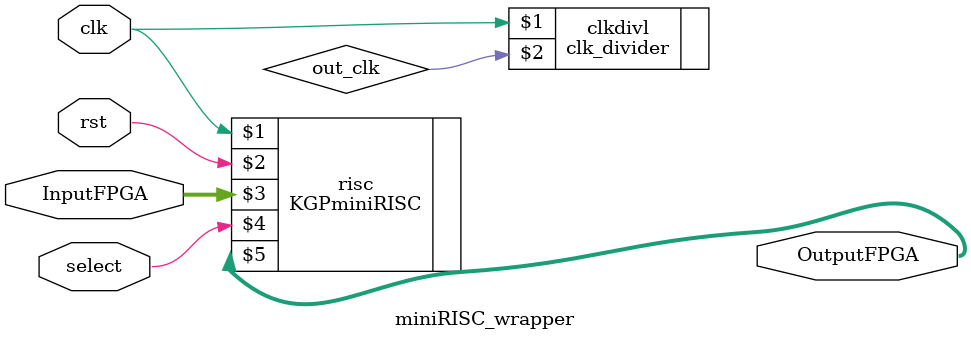
<source format=v>
`timescale 1ns / 1ps
module miniRISC_wrapper(clk, rst, 
                        select, InputFPGA, OutputFPGA);
								
	input clk, rst;
	
	input select;
	input [9:0] InputFPGA;
	output [15:0] OutputFPGA;
	
	wire out_clk;
	clk_divider clkdivl(clk, out_clk);

	KGPminiRISC risc(clk, rst, InputFPGA, select, OutputFPGA);
	
endmodule

</source>
